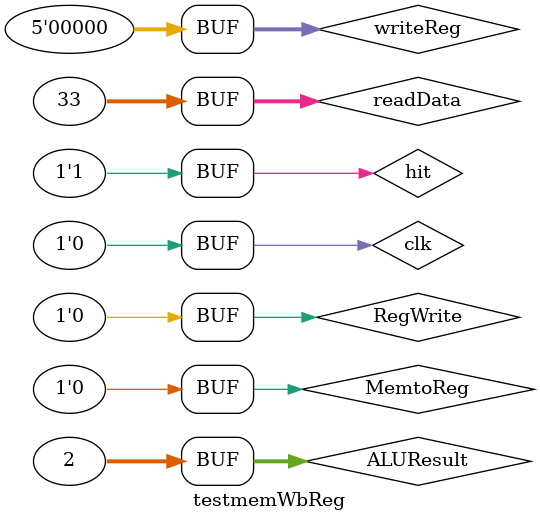
<source format=v>
`timescale 1ns / 1ps


module testmemWbReg;

	// Inputs
	reg clk;
	reg hit;
	reg [31:0] readData;
	reg [31:0] ALUResult;
	reg [4:0] writeReg;
	reg RegWrite;
	reg MemtoReg;

	// Outputs
	wire hitOut;
	wire [31:0] readDataOut;
	wire [31:0] ALUResultOut;
	wire [4:0] writeRegOut;
	wire RegWriteOut;
	wire MemtoRegOut;

	// Instantiate the Unit Under Test (UUT)
	MemWbReg uut (
		.clk(clk), 
		.hit(hit), 
		.readData(readData), 
		.ALUResult(ALUResult), 
		.writeReg(writeReg), 
		.RegWrite(RegWrite), 
		.MemtoReg(MemtoReg), 
		.hitOut(hitOut), 
		.readDataOut(readDataOut), 
		.ALUResultOut(ALUResultOut), 
		.writeRegOut(writeRegOut), 
		.RegWriteOut(RegWriteOut), 
		.MemtoRegOut(MemtoRegOut)
	);

	initial begin
		// Initialize Inputs
		clk = 0;
		hit = 0;
		readData = 33;
		ALUResult = 2;
		writeReg = 0;
		RegWrite = 0;
		MemtoReg = 0;
		#20 clk=1;
		#20 clk=0;
		hit=1;
		#20 clk=1;
		#20 clk=0;

		// Wait 100 ns for global reset to finish
		#100;
        
		// Add stimulus here

	end
      
endmodule


</source>
